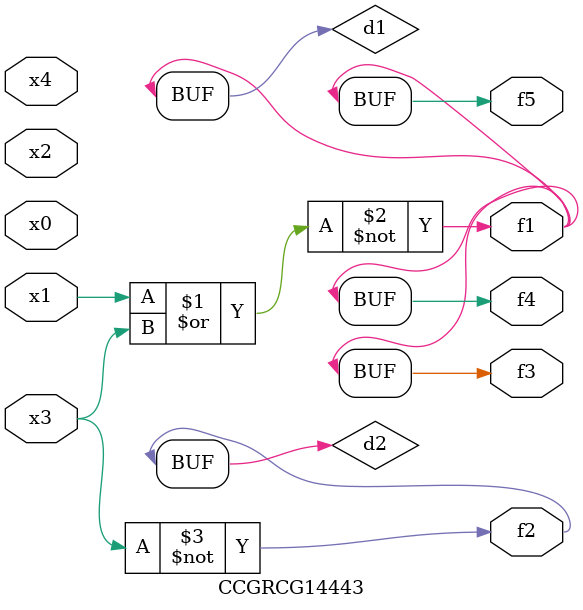
<source format=v>
module CCGRCG14443(
	input x0, x1, x2, x3, x4,
	output f1, f2, f3, f4, f5
);

	wire d1, d2;

	nor (d1, x1, x3);
	not (d2, x3);
	assign f1 = d1;
	assign f2 = d2;
	assign f3 = d1;
	assign f4 = d1;
	assign f5 = d1;
endmodule

</source>
